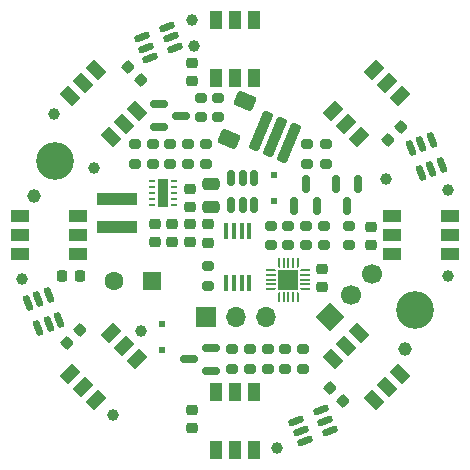
<source format=gbr>
%TF.GenerationSoftware,KiCad,Pcbnew,8.0.2*%
%TF.CreationDate,2024-09-09T19:27:49+02:00*%
%TF.ProjectId,AGS_Klingel_V2-1,4147535f-4b6c-4696-9e67-656c5f56322d,rev?*%
%TF.SameCoordinates,Original*%
%TF.FileFunction,Soldermask,Top*%
%TF.FilePolarity,Negative*%
%FSLAX46Y46*%
G04 Gerber Fmt 4.6, Leading zero omitted, Abs format (unit mm)*
G04 Created by KiCad (PCBNEW 8.0.2) date 2024-09-09 19:27:49*
%MOMM*%
%LPD*%
G01*
G04 APERTURE LIST*
G04 Aperture macros list*
%AMRoundRect*
0 Rectangle with rounded corners*
0 $1 Rounding radius*
0 $2 $3 $4 $5 $6 $7 $8 $9 X,Y pos of 4 corners*
0 Add a 4 corners polygon primitive as box body*
4,1,4,$2,$3,$4,$5,$6,$7,$8,$9,$2,$3,0*
0 Add four circle primitives for the rounded corners*
1,1,$1+$1,$2,$3*
1,1,$1+$1,$4,$5*
1,1,$1+$1,$6,$7*
1,1,$1+$1,$8,$9*
0 Add four rect primitives between the rounded corners*
20,1,$1+$1,$2,$3,$4,$5,0*
20,1,$1+$1,$4,$5,$6,$7,0*
20,1,$1+$1,$6,$7,$8,$9,0*
20,1,$1+$1,$8,$9,$2,$3,0*%
%AMHorizOval*
0 Thick line with rounded ends*
0 $1 width*
0 $2 $3 position (X,Y) of the first rounded end (center of the circle)*
0 $4 $5 position (X,Y) of the second rounded end (center of the circle)*
0 Add line between two ends*
20,1,$1,$2,$3,$4,$5,0*
0 Add two circle primitives to create the rounded ends*
1,1,$1,$2,$3*
1,1,$1,$4,$5*%
%AMRotRect*
0 Rectangle, with rotation*
0 The origin of the aperture is its center*
0 $1 length*
0 $2 width*
0 $3 Rotation angle, in degrees counterclockwise*
0 Add horizontal line*
21,1,$1,$2,0,0,$3*%
%AMFreePoly0*
4,1,14,0.334644,0.085355,0.385355,0.034644,0.400000,-0.000711,0.400000,-0.050000,0.385355,-0.085355,0.350000,-0.100000,-0.350000,-0.100000,-0.385355,-0.085355,-0.400000,-0.050000,-0.400000,0.050000,-0.385355,0.085355,-0.350000,0.100000,0.299289,0.100000,0.334644,0.085355,0.334644,0.085355,$1*%
%AMFreePoly1*
4,1,14,0.385355,0.085355,0.400000,0.050000,0.400000,0.000711,0.385355,-0.034644,0.334644,-0.085355,0.299289,-0.100000,-0.350000,-0.100000,-0.385355,-0.085355,-0.400000,-0.050000,-0.400000,0.050000,-0.385355,0.085355,-0.350000,0.100000,0.350000,0.100000,0.385355,0.085355,0.385355,0.085355,$1*%
%AMFreePoly2*
4,1,14,0.085355,0.385355,0.100000,0.350000,0.100000,-0.350000,0.085355,-0.385355,0.050000,-0.400000,-0.050000,-0.400000,-0.085355,-0.385355,-0.100000,-0.350000,-0.100000,0.299289,-0.085355,0.334644,-0.034644,0.385355,0.000711,0.400000,0.050000,0.400000,0.085355,0.385355,0.085355,0.385355,$1*%
%AMFreePoly3*
4,1,14,0.034644,0.385355,0.085355,0.334644,0.100000,0.299289,0.100000,-0.350000,0.085355,-0.385355,0.050000,-0.400000,-0.050000,-0.400000,-0.085355,-0.385355,-0.100000,-0.350000,-0.100000,0.350000,-0.085355,0.385355,-0.050000,0.400000,-0.000711,0.400000,0.034644,0.385355,0.034644,0.385355,$1*%
%AMFreePoly4*
4,1,14,0.385355,0.085355,0.400000,0.050000,0.400000,-0.050000,0.385355,-0.085355,0.350000,-0.100000,-0.299289,-0.100000,-0.334644,-0.085355,-0.385355,-0.034644,-0.400000,0.000711,-0.400000,0.050000,-0.385355,0.085355,-0.350000,0.100000,0.350000,0.100000,0.385355,0.085355,0.385355,0.085355,$1*%
%AMFreePoly5*
4,1,14,0.385355,0.085355,0.400000,0.050000,0.400000,-0.050000,0.385355,-0.085355,0.350000,-0.100000,-0.350000,-0.100000,-0.385355,-0.085355,-0.400000,-0.050000,-0.400000,-0.000711,-0.385355,0.034644,-0.334644,0.085355,-0.299289,0.100000,0.350000,0.100000,0.385355,0.085355,0.385355,0.085355,$1*%
%AMFreePoly6*
4,1,14,0.085355,0.385355,0.100000,0.350000,0.100000,-0.299289,0.085355,-0.334644,0.034644,-0.385355,-0.000711,-0.400000,-0.050000,-0.400000,-0.085355,-0.385355,-0.100000,-0.350000,-0.100000,0.350000,-0.085355,0.385355,-0.050000,0.400000,0.050000,0.400000,0.085355,0.385355,0.085355,0.385355,$1*%
%AMFreePoly7*
4,1,14,0.085355,0.385355,0.100000,0.350000,0.100000,-0.350000,0.085355,-0.385355,0.050000,-0.400000,0.000711,-0.400000,-0.034644,-0.385355,-0.085355,-0.334644,-0.100000,-0.299289,-0.100000,0.350000,-0.085355,0.385355,-0.050000,0.400000,0.050000,0.400000,0.085355,0.385355,0.085355,0.385355,$1*%
G04 Aperture macros list end*
%ADD10RoundRect,0.150000X0.416086X0.334707X-0.530891X-0.057543X-0.416086X-0.334707X0.530891X0.057543X0*%
%ADD11RoundRect,0.200000X-0.275000X0.200000X-0.275000X-0.200000X0.275000X-0.200000X0.275000X0.200000X0*%
%ADD12FreePoly0,180.000000*%
%ADD13RoundRect,0.050000X0.350000X0.050000X-0.350000X0.050000X-0.350000X-0.050000X0.350000X-0.050000X0*%
%ADD14FreePoly1,180.000000*%
%ADD15FreePoly2,180.000000*%
%ADD16RoundRect,0.050000X0.050000X0.350000X-0.050000X0.350000X-0.050000X-0.350000X0.050000X-0.350000X0*%
%ADD17FreePoly3,180.000000*%
%ADD18FreePoly4,180.000000*%
%ADD19FreePoly5,180.000000*%
%ADD20FreePoly6,180.000000*%
%ADD21FreePoly7,180.000000*%
%ADD22R,1.700000X1.700000*%
%ADD23R,0.500000X0.500000*%
%ADD24RoundRect,0.225000X-0.335876X-0.017678X-0.017678X-0.335876X0.335876X0.017678X0.017678X0.335876X0*%
%ADD25RoundRect,0.200000X0.275000X-0.200000X0.275000X0.200000X-0.275000X0.200000X-0.275000X-0.200000X0*%
%ADD26C,1.000000*%
%ADD27RoundRect,0.225000X0.250000X-0.225000X0.250000X0.225000X-0.250000X0.225000X-0.250000X-0.225000X0*%
%ADD28C,1.152000*%
%ADD29RotRect,1.500000X1.000000X135.000000*%
%ADD30RotRect,1.500000X1.000000X225.000000*%
%ADD31RoundRect,0.150000X0.334707X-0.416086X-0.057543X0.530891X-0.334707X0.416086X0.057543X-0.530891X0*%
%ADD32R,1.500000X1.000000*%
%ADD33RoundRect,0.150000X-0.150000X0.512500X-0.150000X-0.512500X0.150000X-0.512500X0.150000X0.512500X0*%
%ADD34C,3.200000*%
%ADD35R,1.000000X1.500000*%
%ADD36RoundRect,0.225000X-0.250000X0.225000X-0.250000X-0.225000X0.250000X-0.225000X0.250000X0.225000X0*%
%ADD37O,1.700000X1.700000*%
%ADD38RoundRect,0.150000X-0.587500X-0.150000X0.587500X-0.150000X0.587500X0.150000X-0.587500X0.150000X0*%
%ADD39RoundRect,0.150000X-0.150000X0.587500X-0.150000X-0.587500X0.150000X-0.587500X0.150000X0.587500X0*%
%ADD40R,1.600000X1.600000*%
%ADD41C,1.600000*%
%ADD42RoundRect,0.062500X0.187500X0.062500X-0.187500X0.062500X-0.187500X-0.062500X0.187500X-0.062500X0*%
%ADD43C,0.500000*%
%ADD44R,0.840000X2.400000*%
%ADD45RoundRect,0.150000X-0.334707X0.416086X0.057543X-0.530891X0.334707X-0.416086X-0.057543X0.530891X0*%
%ADD46RoundRect,0.250000X0.401254X-0.599162X0.707401X0.139942X-0.401254X0.599162X-0.707401X-0.139942X0*%
%ADD47RotRect,1.500000X1.000000X45.000000*%
%ADD48RoundRect,0.150000X0.150000X-0.587500X0.150000X0.587500X-0.150000X0.587500X-0.150000X-0.587500X0*%
%ADD49RoundRect,0.225000X0.225000X0.250000X-0.225000X0.250000X-0.225000X-0.250000X0.225000X-0.250000X0*%
%ADD50RoundRect,0.250000X-0.475000X0.250000X-0.475000X-0.250000X0.475000X-0.250000X0.475000X0.250000X0*%
%ADD51R,3.400000X0.980000*%
%ADD52RoundRect,0.150000X-0.416086X-0.334707X0.530891X0.057543X0.416086X0.334707X-0.530891X-0.057543X0*%
%ADD53RoundRect,0.150000X0.587500X0.150000X-0.587500X0.150000X-0.587500X-0.150000X0.587500X-0.150000X0*%
%ADD54RotRect,1.500000X1.000000X315.000000*%
%ADD55RoundRect,0.225000X0.017678X-0.335876X0.335876X-0.017678X-0.017678X0.335876X-0.335876X0.017678X0*%
%ADD56R,0.450000X1.450000*%
%ADD57RoundRect,0.225000X-0.017678X0.335876X-0.335876X0.017678X0.017678X-0.335876X0.335876X-0.017678X0*%
%ADD58RotRect,1.700000X1.700000X135.000000*%
%ADD59HorizOval,1.700000X0.000000X0.000000X0.000000X0.000000X0*%
%ADD60RoundRect,0.225000X-0.375719X-1.495020X0.791465X1.322813X0.375719X1.495020X-0.791465X-1.322813X0*%
%ADD61RoundRect,0.225000X0.335876X0.017678X0.017678X0.335876X-0.335876X-0.017678X-0.017678X-0.335876X0*%
G04 APERTURE END LIST*
D10*
%TO.C,U7*%
X-5065538Y15857617D03*
X-5429087Y16735302D03*
X-5792636Y17612988D03*
X-7894462Y16742383D03*
X-7530913Y15864698D03*
X-7167364Y14987012D03*
%TD*%
D11*
%TO.C,R18*%
X-2310000Y-2655000D03*
X-2310000Y-4305000D03*
%TD*%
D12*
%TO.C,U4*%
X5963625Y-4580000D03*
D13*
X5963625Y-4180000D03*
X5963625Y-3780000D03*
X5963625Y-3380000D03*
D14*
X5963625Y-2980000D03*
D15*
X5313625Y-2330000D03*
D16*
X4913625Y-2330000D03*
X4513625Y-2330000D03*
X4113625Y-2330000D03*
D17*
X3713625Y-2330000D03*
D18*
X3063625Y-2980000D03*
D13*
X3063625Y-3380000D03*
X3063625Y-3780000D03*
X3063625Y-4180000D03*
D19*
X3063625Y-4580000D03*
D20*
X3713625Y-5230000D03*
D16*
X4113625Y-5230000D03*
X4513625Y-5230000D03*
X4913625Y-5230000D03*
D21*
X5313625Y-5230000D03*
D22*
X4513625Y-3780000D03*
%TD*%
D23*
%TO.C,D8*%
X3300000Y2860000D03*
X3300000Y5060000D03*
%TD*%
D24*
%TO.C,C5*%
X8051992Y-12951992D03*
X9148008Y-14048008D03*
%TD*%
D25*
%TO.C,R4*%
X2770000Y-11315000D03*
X2770000Y-9665000D03*
%TD*%
D26*
%TO.C,TP4*%
X-10349586Y-15249390D03*
%TD*%
D27*
%TO.C,C12*%
X-3809858Y-625039D03*
X-3809858Y924961D03*
%TD*%
D28*
%TO.C,H3*%
X-16990000Y3340000D03*
%TD*%
D25*
%TO.C,R5*%
X4270000Y-11305000D03*
X4270000Y-9655000D03*
%TD*%
D29*
%TO.C,D9*%
X-10537652Y8266017D03*
X-9406281Y9397387D03*
X-8274911Y10528758D03*
X-11739734Y13993581D03*
X-12871105Y12862211D03*
X-14002475Y11730840D03*
%TD*%
D25*
%TO.C,R17*%
X3070000Y-860000D03*
X3070000Y790000D03*
%TD*%
D27*
%TO.C,C7*%
X-3600000Y-16375000D03*
X-3600000Y-14825000D03*
%TD*%
D30*
%TO.C,D5*%
X-8266017Y-10537652D03*
X-9397387Y-9406281D03*
X-10528758Y-8274911D03*
X-13993581Y-11739734D03*
X-12862211Y-12871105D03*
X-11730840Y-14002475D03*
%TD*%
D26*
%TO.C,TP6*%
X-15299388Y10249590D03*
%TD*%
%TO.C,TP8*%
X12770000Y4780000D03*
%TD*%
D31*
%TO.C,U1*%
X15755234Y5241076D03*
X16632919Y5604625D03*
X17510605Y5968174D03*
X16640000Y8070000D03*
X15762315Y7706451D03*
X14884629Y7342902D03*
%TD*%
D32*
%TO.C,D6*%
X-13296201Y-1593711D03*
X-13296201Y6289D03*
X-13296201Y1606289D03*
X-18196201Y1606289D03*
X-18196201Y6289D03*
X-18196201Y-1593711D03*
%TD*%
D33*
%TO.C,U9*%
X1590000Y4837500D03*
X640000Y4837500D03*
X-310000Y4837500D03*
X-310000Y2562500D03*
X640000Y2562500D03*
X1590000Y2562500D03*
%TD*%
D11*
%TO.C,R11*%
X-249990Y-9674580D03*
X-249990Y-11324580D03*
%TD*%
D23*
%TO.C,D7*%
X-6199752Y-7549654D03*
X-6199752Y-9749654D03*
%TD*%
D26*
%TO.C,TP5*%
X-18049278Y-3749850D03*
%TD*%
D25*
%TO.C,R8*%
X7537087Y-865000D03*
X7537087Y785000D03*
%TD*%
D34*
%TO.C,H2*%
X15250000Y-6310000D03*
%TD*%
D25*
%TO.C,R9*%
X1249950Y-11324580D03*
X1249950Y-9674580D03*
%TD*%
D26*
%TO.C,TP3*%
X3549858Y-18049278D03*
%TD*%
D35*
%TO.C,D10*%
X-1593711Y13296201D03*
X6289Y13296201D03*
X1606289Y13296201D03*
X1606289Y18196201D03*
X6289Y18196201D03*
X-1593711Y18196201D03*
%TD*%
D26*
%TO.C,TP10*%
X-3630000Y18180000D03*
%TD*%
D36*
%TO.C,C2*%
X11540000Y680000D03*
X11540000Y-870000D03*
%TD*%
D11*
%TO.C,R19*%
X-2890000Y11605000D03*
X-2890000Y9955000D03*
%TD*%
D27*
%TO.C,C9*%
X-6809857Y-625039D03*
X-6809857Y924961D03*
%TD*%
D22*
%TO.C,J2*%
X-2425004Y-6949722D03*
D37*
X114996Y-6949722D03*
X2654996Y-6949722D03*
%TD*%
D26*
%TO.C,TP1*%
X18049278Y3799848D03*
%TD*%
D38*
%TO.C,Q2*%
X-6467500Y11070000D03*
X-6467500Y9170000D03*
X-4592500Y10120000D03*
%TD*%
D27*
%TO.C,C14*%
X-3649854Y13035000D03*
X-3649854Y14585000D03*
%TD*%
D39*
%TO.C,Q1*%
X10420000Y4297500D03*
X8520000Y4297500D03*
X9470000Y2422500D03*
%TD*%
D26*
%TO.C,TP2*%
X18050000Y-3430000D03*
%TD*%
D11*
%TO.C,R20*%
X-1440000Y11625000D03*
X-1440000Y9975000D03*
%TD*%
D40*
%TO.C,LS1*%
X-7049590Y-3899844D03*
D41*
X-10249590Y-3899844D03*
%TD*%
D42*
%TO.C,U5*%
X-5159857Y2549961D03*
X-5159857Y3049961D03*
X-5159857Y3549961D03*
X-5159857Y4049961D03*
X-5159857Y4549961D03*
X-7059857Y4549961D03*
X-7059857Y4049961D03*
X-7059857Y3549961D03*
X-7059857Y3049961D03*
X-7059857Y2549961D03*
D43*
X-6109857Y2599961D03*
X-6109857Y3549961D03*
D44*
X-6109857Y3549961D03*
D43*
X-6109857Y4499961D03*
%TD*%
D25*
%TO.C,R16*%
X4530000Y-875000D03*
X4530000Y775000D03*
%TD*%
D45*
%TO.C,U6*%
X-15777617Y-5065538D03*
X-16655302Y-5429087D03*
X-17532988Y-5792636D03*
X-16662383Y-7894462D03*
X-15784698Y-7530913D03*
X-14907012Y-7167364D03*
%TD*%
D11*
%TO.C,R3*%
X5780000Y-9660000D03*
X5780000Y-11310000D03*
%TD*%
D34*
%TO.C,H1*%
X-15260000Y6300000D03*
%TD*%
D25*
%TO.C,R13*%
X-6959383Y6037205D03*
X-6959383Y7687205D03*
%TD*%
D32*
%TO.C,D2*%
X13296201Y1593711D03*
X13296201Y-6289D03*
X13296201Y-1606289D03*
X18196201Y-1606289D03*
X18196201Y-6289D03*
X18196201Y1593711D03*
%TD*%
D46*
%TO.C,D11*%
X-522196Y8103211D03*
X817196Y11336789D03*
%TD*%
D28*
%TO.C,H4*%
X14360000Y-9630000D03*
%TD*%
D25*
%TO.C,R14*%
X-3959382Y6037205D03*
X-3959382Y7687205D03*
%TD*%
D36*
%TO.C,C6*%
X-3810000Y3895000D03*
X-3810000Y2345000D03*
%TD*%
D47*
%TO.C,D1*%
X8266017Y10537652D03*
X9397387Y9406281D03*
X10528758Y8274911D03*
X13993581Y11739734D03*
X12862211Y12871105D03*
X11730840Y14002475D03*
%TD*%
D26*
%TO.C,TP9*%
X-11910000Y5640000D03*
%TD*%
%TO.C,TP7*%
X-7949682Y-8099676D03*
%TD*%
D48*
%TO.C,Q4*%
X5040000Y2442500D03*
X6940000Y2442500D03*
X5990000Y4317500D03*
%TD*%
D27*
%TO.C,C10*%
X-5309858Y-625039D03*
X-5309858Y924961D03*
%TD*%
D26*
%TO.C,TP11*%
X-3450000Y16000000D03*
%TD*%
D11*
%TO.C,R10*%
X6037087Y785000D03*
X6037087Y-865000D03*
%TD*%
D35*
%TO.C,D4*%
X1593711Y-13296201D03*
X-6289Y-13296201D03*
X-1606289Y-13296201D03*
X-1606289Y-18196201D03*
X-6289Y-18196201D03*
X1593711Y-18196201D03*
%TD*%
D36*
%TO.C,C3*%
X7378625Y-2855000D03*
X7378625Y-4405000D03*
%TD*%
D49*
%TO.C,C11*%
X-13110000Y-3490000D03*
X-14660000Y-3490000D03*
%TD*%
D25*
%TO.C,R6*%
X9640000Y-865000D03*
X9640000Y785000D03*
%TD*%
%TO.C,R12*%
X-8459383Y6037205D03*
X-8459383Y7687205D03*
%TD*%
D50*
%TO.C,C4*%
X-2060000Y4310000D03*
X-2060000Y2410000D03*
%TD*%
D11*
%TO.C,R7*%
X-2450000Y7685000D03*
X-2450000Y6035000D03*
%TD*%
%TO.C,R1*%
X6070000Y7705000D03*
X6070000Y6055000D03*
%TD*%
D51*
%TO.C,L1*%
X-9990000Y3034926D03*
X-9990000Y664926D03*
%TD*%
D52*
%TO.C,U3*%
X5195538Y-15717617D03*
X5559087Y-16595302D03*
X5922636Y-17472988D03*
X8024462Y-16602383D03*
X7660913Y-15724698D03*
X7297364Y-14847012D03*
%TD*%
D53*
%TO.C,Q3*%
X-2032522Y-11479538D03*
X-2032522Y-9579538D03*
X-3907522Y-10529538D03*
%TD*%
D25*
%TO.C,R2*%
X7680000Y6045000D03*
X7680000Y7695000D03*
%TD*%
D54*
%TO.C,D3*%
X10537652Y-8266017D03*
X9406281Y-9397387D03*
X8274911Y-10528758D03*
X11739734Y-13993581D03*
X12871105Y-12862211D03*
X14002475Y-11730840D03*
%TD*%
D55*
%TO.C,C1*%
X12951992Y8051992D03*
X14048008Y9148008D03*
%TD*%
D56*
%TO.C,U8*%
X-725000Y-4090000D03*
X-75000Y-4090000D03*
X575000Y-4090000D03*
X1225000Y-4090000D03*
X1225000Y310000D03*
X575000Y310000D03*
X-75000Y310000D03*
X-725000Y310000D03*
%TD*%
D57*
%TO.C,C8*%
X-13151992Y-8051992D03*
X-14248008Y-9148008D03*
%TD*%
D58*
%TO.C,J1*%
X8010000Y-6900000D03*
D59*
X9806051Y-5103949D03*
X11602102Y-3307898D03*
%TD*%
D11*
%TO.C,R15*%
X-5459383Y7687205D03*
X-5459383Y6037205D03*
%TD*%
D60*
%TO.C,J3*%
X2245118Y8785676D03*
X3418445Y8299668D03*
X4591772Y7813660D03*
%TD*%
D61*
%TO.C,C13*%
X-7951992Y13151992D03*
X-9048008Y14248008D03*
%TD*%
D36*
%TO.C,C15*%
X-2300000Y905000D03*
X-2300000Y-645000D03*
%TD*%
M02*

</source>
